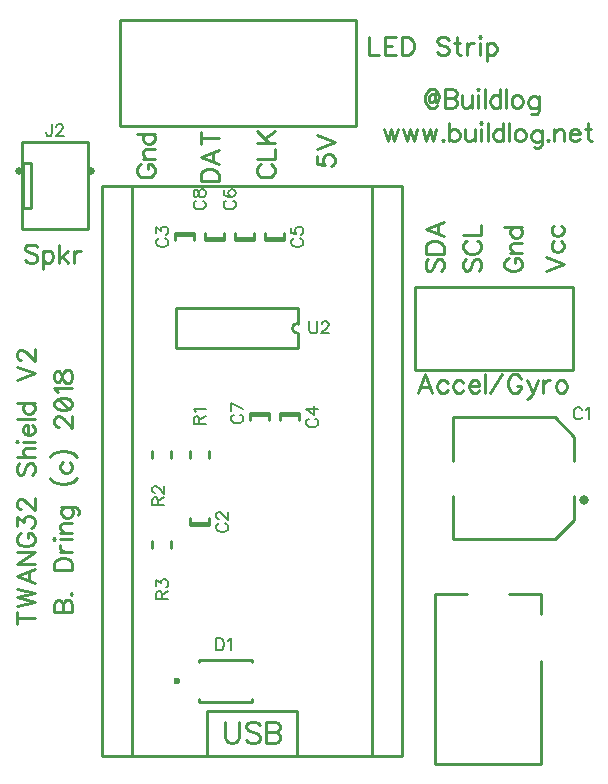
<source format=gbr>
G04 DipTrace 3.1.0.1*
G04 TopSilk.gbr*
%MOIN*%
G04 #@! TF.FileFunction,Legend,Top*
G04 #@! TF.Part,Single*
%ADD10C,0.009843*%
%ADD19C,0.031465*%
%ADD22C,0.023631*%
%ADD25C,0.02499*%
%ADD76C,0.006176*%
%ADD77C,0.009264*%
%ADD79C,0.010807*%
%FSLAX26Y26*%
G04*
G70*
G90*
G75*
G01*
G04 TopSilk*
%LPD*%
X1914069Y1141244D2*
D10*
Y1284957D1*
Y1141244D2*
X2254652D1*
X1914069Y1403043D2*
Y1546756D1*
X2254652D1*
X2319600Y1206207D2*
Y1284957D1*
Y1403043D2*
Y1481793D1*
Y1206207D2*
X2254652Y1141244D1*
X2319600Y1481793D2*
X2254652Y1546756D1*
D19*
X2353031Y1273137D3*
X1100465Y1194787D2*
D10*
X1037535D1*
X1100465Y1187339D2*
X1037535D1*
X1100465D2*
Y1210898D1*
X1037535Y1187339D2*
Y1210898D1*
X987535Y2153449D2*
X1050465D1*
X987535Y2160898D2*
X1050465D1*
X987535D2*
Y2137339D1*
X1050465Y2160898D2*
Y2137339D1*
X1337535Y1553449D2*
X1400465D1*
X1337535Y1560898D2*
X1400465D1*
X1337535D2*
Y1537339D1*
X1400465Y1560898D2*
Y1537339D1*
X1350465Y2144787D2*
X1287535D1*
X1350465Y2137339D2*
X1287535D1*
X1350465D2*
Y2160898D1*
X1287535Y2137339D2*
Y2160898D1*
X1250465Y2144787D2*
X1187535D1*
X1250465Y2137339D2*
X1187535D1*
X1250465D2*
Y2160898D1*
X1187535Y2137339D2*
Y2160898D1*
X1237535Y1553449D2*
X1300465D1*
X1237535Y1560898D2*
X1300465D1*
X1237535D2*
Y1537339D1*
X1300465Y1560898D2*
Y1537339D1*
X1150465Y2144787D2*
X1087535D1*
X1150465Y2137339D2*
X1087535D1*
X1150465D2*
Y2160898D1*
X1087535Y2137339D2*
Y2160898D1*
X1067028Y739869D2*
X1244200D1*
X1067028Y598133D2*
X1244200D1*
Y739869D2*
Y730019D1*
X1067028Y739869D2*
Y730019D1*
X1244200Y607984D2*
Y598133D1*
X1067028Y607984D2*
Y598133D1*
D22*
X995186Y669001D3*
X2208700Y736583D2*
D10*
Y392130D1*
X1854343D1*
Y396080D1*
Y392130D2*
Y959078D1*
X1960624D1*
X2102334D2*
X2208700D1*
Y890139D1*
X698918Y2465457D2*
X476476D1*
Y2174118D1*
X698918D1*
Y2465457D1*
X506506Y2393991D2*
X481489D1*
Y2244010D1*
X506506D1*
Y2393991D1*
D25*
X706504Y2368994D3*
X468994D3*
X1037535Y1435898D2*
D10*
Y1412339D1*
X1100465Y1435898D2*
Y1412339D1*
X975465D2*
Y1435898D1*
X912535Y1412339D2*
Y1435898D1*
X975465Y1112339D2*
Y1135898D1*
X912535Y1112339D2*
Y1135898D1*
X1592425Y2516835D2*
X805024D1*
Y2871165D1*
X1592425D1*
Y2516835D1*
X1788173Y1981795D2*
X2313213D1*
Y1706205D1*
X1788173D1*
Y1981795D1*
X744000Y2319000D2*
X1744000D1*
Y419000D1*
X744000D1*
Y2319000D1*
X844000D2*
Y419000D1*
X1644000Y2319000D2*
Y419000D1*
X1094000Y568910D2*
X1394000D1*
Y419000D1*
X1094000D1*
Y568910D1*
X991243Y1910931D2*
Y1777069D1*
X1396759Y1910931D2*
X991243D1*
Y1777069D2*
X1396759D1*
Y1828253D1*
Y1910931D2*
Y1859747D1*
G03X1396759Y1828253I-1864J-15747D01*
G01*
X2345210Y1570784D2*
D76*
X2343308Y1574586D1*
X2339461Y1578433D1*
X2335659Y1580334D1*
X2328010D1*
X2324163Y1578433D1*
X2320360Y1574586D1*
X2318415Y1570784D1*
X2316514Y1565036D1*
Y1555441D1*
X2318415Y1549737D1*
X2320360Y1545890D1*
X2324163Y1542088D1*
X2328010Y1540142D1*
X2335659D1*
X2339461Y1542088D1*
X2343308Y1545890D1*
X2345210Y1549737D1*
X2357561Y1572641D2*
X2361408Y1574586D1*
X2367156Y1580290D1*
Y1540142D1*
X1134539Y1193893D2*
X1130737Y1191992D1*
X1126890Y1188145D1*
X1124989Y1184343D1*
X1124988Y1176693D1*
X1126890Y1172847D1*
X1130737Y1169044D1*
X1134539Y1167099D1*
X1140287Y1165197D1*
X1149882D1*
X1155586Y1167099D1*
X1159432Y1169044D1*
X1163235Y1172847D1*
X1165181Y1176693D1*
Y1184343D1*
X1163235Y1188145D1*
X1159433Y1191992D1*
X1155586Y1193893D1*
X1134583Y1208190D2*
X1132682D1*
X1128835Y1210091D1*
X1126934Y1211993D1*
X1125033Y1215839D1*
Y1223489D1*
X1126934Y1227291D1*
X1128835Y1229192D1*
X1132682Y1231138D1*
X1136485D1*
X1140331Y1229192D1*
X1146035Y1225390D1*
X1165181Y1206244D1*
Y1233039D1*
X934539Y2143893D2*
X930737Y2141992D1*
X926890Y2138145D1*
X924989Y2134343D1*
X924988Y2126693D1*
X926890Y2122847D1*
X930737Y2119044D1*
X934539Y2117099D1*
X940287Y2115197D1*
X949882D1*
X955586Y2117099D1*
X959432Y2119044D1*
X963235Y2122847D1*
X965181Y2126693D1*
Y2134343D1*
X963235Y2138145D1*
X959433Y2141992D1*
X955586Y2143893D1*
X925033Y2160091D2*
Y2181094D1*
X940331Y2169642D1*
Y2175390D1*
X942233Y2179192D1*
X944134Y2181094D1*
X949882Y2183039D1*
X953684D1*
X959432Y2181094D1*
X963279Y2177291D1*
X965181Y2171543D1*
Y2165795D1*
X963279Y2160091D1*
X961334Y2158190D1*
X957531Y2156244D1*
X1434539Y1542943D2*
X1430737Y1541041D1*
X1426890Y1537194D1*
X1424989Y1533392D1*
X1424988Y1525743D1*
X1426890Y1521896D1*
X1430737Y1518093D1*
X1434539Y1516148D1*
X1440287Y1514247D1*
X1449882D1*
X1455586Y1516148D1*
X1459432Y1518093D1*
X1463235Y1521896D1*
X1465181Y1525743D1*
Y1533392D1*
X1463235Y1537194D1*
X1459433Y1541041D1*
X1455586Y1542942D1*
X1465181Y1574439D2*
X1425033D1*
X1451783Y1555294D1*
Y1583990D1*
X1384539Y2143893D2*
X1380737Y2141992D1*
X1376890Y2138145D1*
X1374989Y2134343D1*
X1374988Y2126693D1*
X1376890Y2122847D1*
X1380737Y2119044D1*
X1384539Y2117099D1*
X1390287Y2115197D1*
X1399882D1*
X1405586Y2117099D1*
X1409432Y2119044D1*
X1413235Y2122847D1*
X1415181Y2126693D1*
Y2134343D1*
X1413235Y2138145D1*
X1409433Y2141992D1*
X1405586Y2143893D1*
X1375033Y2179192D2*
Y2160091D1*
X1392233Y2158190D1*
X1390331Y2160091D1*
X1388386Y2165839D1*
Y2171543D1*
X1390331Y2177291D1*
X1394134Y2181138D1*
X1399882Y2183039D1*
X1403684D1*
X1409432Y2181138D1*
X1413279Y2177291D1*
X1415181Y2171543D1*
Y2165839D1*
X1413279Y2160091D1*
X1411334Y2158190D1*
X1407531Y2156244D1*
X1159539Y2269866D2*
X1155737Y2267965D1*
X1151890Y2264118D1*
X1149989Y2260315D1*
X1149988Y2252666D1*
X1151890Y2248819D1*
X1155737Y2245017D1*
X1159539Y2243071D1*
X1165287Y2241170D1*
X1174882D1*
X1180586Y2243071D1*
X1184432Y2245017D1*
X1188235Y2248819D1*
X1190181Y2252666D1*
Y2260315D1*
X1188235Y2264118D1*
X1184433Y2267965D1*
X1180586Y2269866D1*
X1155737Y2305165D2*
X1151934Y2303264D1*
X1150033Y2297516D1*
Y2293713D1*
X1151934Y2287965D1*
X1157682Y2284119D1*
X1167233Y2282217D1*
X1176783D1*
X1184432Y2284118D1*
X1188279Y2287965D1*
X1190181Y2293713D1*
Y2295615D1*
X1188279Y2301318D1*
X1184432Y2305165D1*
X1178684Y2307066D1*
X1176783D1*
X1171035Y2305165D1*
X1167233Y2301318D1*
X1165331Y2295615D1*
Y2293713D1*
X1167233Y2287965D1*
X1171035Y2284119D1*
X1176783Y2282217D1*
X1184539Y1556393D2*
X1180737Y1554492D1*
X1176890Y1550645D1*
X1174989Y1546843D1*
X1174988Y1539193D1*
X1176890Y1535347D1*
X1180737Y1531544D1*
X1184539Y1529599D1*
X1190287Y1527697D1*
X1199882D1*
X1205586Y1529599D1*
X1209432Y1531544D1*
X1213235Y1535347D1*
X1215181Y1539193D1*
Y1546843D1*
X1213235Y1550645D1*
X1209433Y1554492D1*
X1205586Y1556393D1*
X1215181Y1576394D2*
X1175033Y1595539D1*
Y1568745D1*
X1059539Y2268915D2*
X1055737Y2267014D1*
X1051890Y2263167D1*
X1049989Y2259365D1*
X1049988Y2251715D1*
X1051890Y2247869D1*
X1055737Y2244066D1*
X1059539Y2242121D1*
X1065287Y2240219D1*
X1074882D1*
X1080586Y2242121D1*
X1084432Y2244066D1*
X1088235Y2247869D1*
X1090181Y2251715D1*
Y2259365D1*
X1088235Y2263167D1*
X1084433Y2267014D1*
X1080586Y2268915D1*
X1050033Y2290817D2*
X1051934Y2285113D1*
X1055737Y2283168D1*
X1059583D1*
X1063386Y2285113D1*
X1065331Y2288916D1*
X1067233Y2296565D1*
X1069134Y2302313D1*
X1072981Y2306116D1*
X1076783Y2308017D1*
X1082531D1*
X1086334Y2306116D1*
X1088279Y2304214D1*
X1090181Y2298466D1*
Y2290817D1*
X1088279Y2285113D1*
X1086334Y2283168D1*
X1082531Y2281267D1*
X1076783D1*
X1072981Y2283168D1*
X1069134Y2287015D1*
X1067233Y2292718D1*
X1065331Y2300368D1*
X1063386Y2304215D1*
X1059583Y2306116D1*
X1055737D1*
X1051934Y2304215D1*
X1050033Y2298466D1*
Y2290817D1*
X1124551Y810948D2*
Y770756D1*
X1137948D1*
X1143696Y772701D1*
X1147543Y776504D1*
X1149444Y780351D1*
X1151346Y786054D1*
Y795649D1*
X1149444Y801397D1*
X1147543Y805200D1*
X1143696Y809047D1*
X1137948Y810948D1*
X1124551D1*
X1163697Y803254D2*
X1167544Y805200D1*
X1173292Y810904D1*
Y770756D1*
X577749Y2524035D2*
Y2493438D1*
X575848Y2487690D1*
X573902Y2485789D1*
X570100Y2483843D1*
X566253D1*
X562450Y2485789D1*
X560549Y2487690D1*
X558604Y2493438D1*
Y2497240D1*
X592046Y2514440D2*
Y2516342D1*
X593947Y2520188D1*
X595848Y2522090D1*
X599695Y2523991D1*
X607344D1*
X611147Y2522090D1*
X613048Y2520188D1*
X614994Y2516342D1*
Y2512539D1*
X613048Y2508692D1*
X609246Y2502989D1*
X590100Y2483843D1*
X616895D1*
X1069134Y1524748D2*
Y1541948D1*
X1067188Y1547696D1*
X1065287Y1549641D1*
X1061485Y1551542D1*
X1057638D1*
X1053835Y1549641D1*
X1051890Y1547696D1*
X1049989Y1541948D1*
X1049988Y1524748D1*
X1090180D1*
X1069134Y1538145D2*
X1090181Y1551542D1*
X1057682Y1563894D2*
X1055737Y1567741D1*
X1050033Y1573489D1*
X1090181D1*
X931634Y1253648D2*
Y1270848D1*
X929688Y1276596D1*
X927787Y1278541D1*
X923985Y1280443D1*
X920138D1*
X916335Y1278541D1*
X914390Y1276596D1*
X912489Y1270848D1*
X912488Y1253648D1*
X952680D1*
X931634Y1267045D2*
X952681Y1280442D1*
X922083Y1294739D2*
X920182D1*
X916335Y1296641D1*
X914434Y1298542D1*
X912533Y1302389D1*
Y1310038D1*
X914434Y1313841D1*
X916335Y1315742D1*
X920182Y1317687D1*
X923985D1*
X927831Y1315742D1*
X933535Y1311939D1*
X952681Y1292794D1*
Y1319588D1*
X944134Y941148D2*
Y958348D1*
X942188Y964096D1*
X940287Y966041D1*
X936485Y967943D1*
X932638D1*
X928835Y966041D1*
X926890Y964096D1*
X924989Y958348D1*
X924988Y941148D1*
X965180D1*
X944134Y954545D2*
X965181Y967942D1*
X925033Y984141D2*
Y1005143D1*
X940331Y993691D1*
Y999439D1*
X942233Y1003242D1*
X944134Y1005143D1*
X949882Y1007089D1*
X953684Y1007088D1*
X959432Y1005143D1*
X963279Y1001340D1*
X965181Y995592D1*
Y989844D1*
X963279Y984141D1*
X961334Y982239D1*
X957531Y980294D1*
X1436031Y1866949D2*
Y1838253D1*
X1437932Y1832505D1*
X1441779Y1828702D1*
X1447527Y1826757D1*
X1451330D1*
X1457078Y1828702D1*
X1460924Y1832505D1*
X1462826Y1838253D1*
Y1866949D1*
X1477122Y1857354D2*
Y1859255D1*
X1479024Y1863102D1*
X1480925Y1865003D1*
X1484772Y1866904D1*
X1492421D1*
X1496224Y1865003D1*
X1498125Y1863102D1*
X1500070Y1859255D1*
Y1855452D1*
X1498125Y1851606D1*
X1494322Y1845902D1*
X1475177Y1826757D1*
X1501972D1*
X529606Y2114600D2*
D77*
X523902Y2120370D1*
X515280Y2123222D1*
X503806D1*
X495184Y2120370D1*
X489414Y2114600D1*
Y2108896D1*
X492332Y2103126D1*
X495184Y2100274D1*
X500888Y2097422D1*
X518132Y2091652D1*
X523902Y2088800D1*
X526754Y2085882D1*
X529606Y2080178D1*
Y2071556D1*
X523902Y2065852D1*
X515280Y2062934D1*
X503806D1*
X495184Y2065852D1*
X489414Y2071556D1*
X548133Y2103126D2*
Y2042838D1*
Y2094504D2*
X553903Y2100208D1*
X559607Y2103126D1*
X568229D1*
X573999Y2100208D1*
X579703Y2094504D1*
X582621Y2085882D1*
Y2080112D1*
X579703Y2071556D1*
X573999Y2065786D1*
X568229Y2062934D1*
X559607D1*
X553903Y2065786D1*
X548133Y2071556D1*
X601148Y2123222D2*
Y2062934D1*
X629866Y2103126D2*
X601148Y2074408D1*
X612622Y2085882D2*
X632718Y2062934D1*
X651245Y2103126D2*
Y2062934D1*
Y2085882D2*
X654164Y2094504D1*
X659867Y2100274D1*
X665638Y2103126D1*
X674260D1*
X874905Y2390084D2*
X869201Y2387232D1*
X863431Y2381462D1*
X860579Y2375758D1*
Y2364284D1*
X863431Y2358514D1*
X869201Y2352810D1*
X874905Y2349892D1*
X883527Y2347040D1*
X897919D1*
X906475Y2349892D1*
X912245Y2352810D1*
X917949Y2358514D1*
X920867Y2364284D1*
Y2375758D1*
X917949Y2381462D1*
X912245Y2387232D1*
X906475Y2390084D1*
X897919D1*
Y2375758D1*
X880675Y2408611D2*
X920867D1*
X892149D2*
X883527Y2417233D1*
X880675Y2423003D1*
Y2431559D1*
X883527Y2437329D1*
X892149Y2440181D1*
X920867D1*
X860579Y2493130D2*
X920867D1*
X889297D2*
X883527Y2487426D1*
X880675Y2481656D1*
Y2473034D1*
X883527Y2467330D1*
X889297Y2461560D1*
X897919Y2458708D1*
X903623D1*
X912245Y2461560D1*
X917949Y2467330D1*
X920867Y2473034D1*
Y2481656D1*
X917949Y2487426D1*
X912245Y2493130D1*
X1073079Y2334540D2*
X1133367D1*
Y2354636D1*
X1130449Y2363258D1*
X1124745Y2369028D1*
X1118975Y2371880D1*
X1110419Y2374732D1*
X1096027D1*
X1087405Y2371880D1*
X1081701Y2369028D1*
X1075931Y2363258D1*
X1073079Y2354636D1*
Y2334540D1*
X1133367Y2439221D2*
X1073079Y2416207D1*
X1133367Y2393259D1*
X1113271Y2401881D2*
Y2430599D1*
X1073079Y2477844D2*
X1133367D1*
X1073079Y2457748D2*
Y2497940D1*
X1274905Y2390084D2*
X1269201Y2387232D1*
X1263431Y2381462D1*
X1260579Y2375758D1*
Y2364284D1*
X1263431Y2358514D1*
X1269201Y2352810D1*
X1274905Y2349892D1*
X1283527Y2347040D1*
X1297919D1*
X1306475Y2349892D1*
X1312245Y2352810D1*
X1317949Y2358514D1*
X1320867Y2364284D1*
Y2375758D1*
X1317949Y2381462D1*
X1312245Y2387232D1*
X1306475Y2390084D1*
X1260579Y2408611D2*
X1320867D1*
Y2443033D1*
X1260579Y2461560D2*
X1320867D1*
X1260579Y2501752D2*
X1300771Y2461560D1*
X1286379Y2475886D2*
X1320867Y2501752D1*
X1460645Y2418962D2*
Y2390310D1*
X1486445Y2387458D1*
X1483593Y2390310D1*
X1480675Y2398932D1*
Y2407488D1*
X1483593Y2416110D1*
X1489297Y2421880D1*
X1497919Y2424732D1*
X1503623D1*
X1512245Y2421880D1*
X1518015Y2416110D1*
X1520867Y2407488D1*
Y2398932D1*
X1518015Y2390310D1*
X1515097Y2387458D1*
X1509393Y2384540D1*
X1460579Y2443259D2*
X1520867Y2466207D1*
X1460579Y2489155D1*
X1634991Y2815144D2*
Y2754856D1*
X1669413D1*
X1725214Y2815144D2*
X1687940D1*
Y2754856D1*
X1725214D1*
X1687940Y2786426D2*
X1710888D1*
X1743741Y2815144D2*
Y2754856D1*
X1763837D1*
X1772459Y2757775D1*
X1778229Y2763478D1*
X1781081Y2769249D1*
X1783933Y2777804D1*
Y2792196D1*
X1781081Y2800818D1*
X1778229Y2806522D1*
X1772459Y2812292D1*
X1763837Y2815144D1*
X1743741D1*
X1900973Y2806522D2*
X1895270Y2812292D1*
X1886648Y2815144D1*
X1875174D1*
X1866552Y2812292D1*
X1860781Y2806522D1*
Y2800818D1*
X1863700Y2795048D1*
X1866552Y2792196D1*
X1872255Y2789345D1*
X1889499Y2783574D1*
X1895270Y2780722D1*
X1898122Y2777804D1*
X1900973Y2772100D1*
Y2763478D1*
X1895270Y2757775D1*
X1886648Y2754856D1*
X1875174D1*
X1866552Y2757775D1*
X1860781Y2763478D1*
X1928123Y2815144D2*
Y2766330D1*
X1930975Y2757775D1*
X1936745Y2754856D1*
X1942448D1*
X1919501Y2795048D2*
X1939597D1*
X1960976D2*
Y2754856D1*
Y2777804D2*
X1963894Y2786426D1*
X1969598Y2792196D1*
X1975368Y2795048D1*
X1983990D1*
X2002517Y2815144D2*
X2005369Y2812292D1*
X2008287Y2815144D1*
X2005369Y2818063D1*
X2002517Y2815144D1*
X2005369Y2795048D2*
Y2754856D1*
X2026814Y2795048D2*
Y2734760D1*
Y2786426D2*
X2032584Y2792130D1*
X2038288Y2795048D1*
X2046910D1*
X2052680Y2792130D1*
X2058384Y2786426D1*
X2061302Y2777804D1*
Y2772034D1*
X2058384Y2763478D1*
X2052680Y2757708D1*
X2046910Y2754856D1*
X2038288D1*
X2032584Y2757708D1*
X2026814Y2763478D1*
X1843453Y1629856D2*
X1820439Y1690144D1*
X1797491Y1629856D1*
X1806113Y1649952D2*
X1834831D1*
X1896469Y1661426D2*
X1890699Y1667196D1*
X1884929Y1670048D1*
X1876373D1*
X1870603Y1667196D1*
X1864899Y1661426D1*
X1861981Y1652804D1*
Y1647100D1*
X1864899Y1638478D1*
X1870603Y1632775D1*
X1876373Y1629856D1*
X1884929D1*
X1890699Y1632775D1*
X1896469Y1638478D1*
X1949484Y1661426D2*
X1943714Y1667196D1*
X1937944Y1670048D1*
X1929388D1*
X1923618Y1667196D1*
X1917914Y1661426D1*
X1914996Y1652804D1*
Y1647100D1*
X1917914Y1638478D1*
X1923618Y1632775D1*
X1929388Y1629856D1*
X1937944D1*
X1943714Y1632775D1*
X1949484Y1638478D1*
X1968011Y1652804D2*
X2002433D1*
Y1658574D1*
X1999581Y1664345D1*
X1996729Y1667196D1*
X1990959Y1670048D1*
X1982337D1*
X1976633Y1667196D1*
X1970863Y1661426D1*
X1968011Y1652804D1*
Y1647100D1*
X1970863Y1638478D1*
X1976633Y1632775D1*
X1982337Y1629856D1*
X1990959D1*
X1996729Y1632775D1*
X2002433Y1638478D1*
X2020960Y1690144D2*
Y1629856D1*
X2039487D2*
X2079679Y1690078D1*
X2141250Y1675818D2*
X2138398Y1681522D1*
X2132628Y1687292D1*
X2126924Y1690144D1*
X2115450D1*
X2109680Y1687292D1*
X2103976Y1681522D1*
X2101058Y1675818D1*
X2098206Y1667196D1*
Y1652804D1*
X2101058Y1644249D1*
X2103976Y1638478D1*
X2109680Y1632775D1*
X2115450Y1629856D1*
X2126924D1*
X2132628Y1632775D1*
X2138398Y1638478D1*
X2141250Y1644249D1*
Y1652804D1*
X2126924D1*
X2162696Y1670048D2*
X2179873Y1629856D1*
X2174170Y1618382D1*
X2168399Y1612612D1*
X2162696Y1609760D1*
X2159777D1*
X2197117Y1670048D2*
X2179873Y1629856D1*
X2215645Y1670048D2*
Y1629856D1*
Y1652804D2*
X2218563Y1661426D1*
X2224267Y1667196D1*
X2230037Y1670048D1*
X2238659D1*
X2271512D2*
X2265808Y1667196D1*
X2260038Y1661426D1*
X2257186Y1652804D1*
Y1647100D1*
X2260038Y1638478D1*
X2265808Y1632775D1*
X2271512Y1629856D1*
X2280134D1*
X2285904Y1632775D1*
X2291608Y1638478D1*
X2294526Y1647100D1*
Y1652804D1*
X2291608Y1661426D1*
X2285904Y1667196D1*
X2280134Y1670048D1*
X2271512D1*
X1831701Y2074732D2*
X1825931Y2069028D1*
X1823079Y2060406D1*
Y2048932D1*
X1825931Y2040310D1*
X1831701Y2034540D1*
X1837405D1*
X1843175Y2037458D1*
X1846027Y2040310D1*
X1848879Y2046014D1*
X1854649Y2063258D1*
X1857501Y2069028D1*
X1860419Y2071880D1*
X1866123Y2074732D1*
X1874745D1*
X1880449Y2069028D1*
X1883367Y2060406D1*
Y2048932D1*
X1880449Y2040310D1*
X1874745Y2034540D1*
X1823079Y2093259D2*
X1883367D1*
Y2113355D1*
X1880449Y2121977D1*
X1874745Y2127747D1*
X1868975Y2130599D1*
X1860419Y2133451D1*
X1846027D1*
X1837405Y2130599D1*
X1831701Y2127747D1*
X1825931Y2121977D1*
X1823079Y2113355D1*
Y2093259D1*
X1883367Y2197940D2*
X1823079Y2174926D1*
X1883367Y2151978D1*
X1863271Y2160600D2*
Y2189318D1*
X1956701Y2074732D2*
X1950931Y2069028D1*
X1948079Y2060406D1*
Y2048932D1*
X1950931Y2040310D1*
X1956701Y2034540D1*
X1962405D1*
X1968175Y2037458D1*
X1971027Y2040310D1*
X1973879Y2046014D1*
X1979649Y2063258D1*
X1982501Y2069028D1*
X1985419Y2071880D1*
X1991123Y2074732D1*
X1999745D1*
X2005449Y2069028D1*
X2008367Y2060406D1*
Y2048932D1*
X2005449Y2040310D1*
X1999745Y2034540D1*
X1962405Y2136303D2*
X1956701Y2133451D1*
X1950931Y2127681D1*
X1948079Y2121977D1*
Y2110503D1*
X1950931Y2104733D1*
X1956701Y2099029D1*
X1962405Y2096111D1*
X1971027Y2093259D1*
X1985419D1*
X1993975Y2096111D1*
X1999745Y2099029D1*
X2005449Y2104733D1*
X2008367Y2110503D1*
Y2121977D1*
X2005449Y2127681D1*
X1999745Y2133451D1*
X1993975Y2136303D1*
X1948079Y2154830D2*
X2008367D1*
Y2189252D1*
X2223079Y2034540D2*
X2283367Y2057488D1*
X2223079Y2080436D1*
X2251797Y2133451D2*
X2246027Y2127681D1*
X2243175Y2121911D1*
Y2113355D1*
X2246027Y2107585D1*
X2251797Y2101881D1*
X2260419Y2098963D1*
X2266123D1*
X2274745Y2101881D1*
X2280449Y2107585D1*
X2283367Y2113355D1*
Y2121911D1*
X2280449Y2127681D1*
X2274745Y2133451D1*
X2251797Y2186466D2*
X2246027Y2180696D1*
X2243175Y2174926D1*
Y2166370D1*
X2246027Y2160600D1*
X2251797Y2154896D1*
X2260419Y2151978D1*
X2266123D1*
X2274745Y2154896D1*
X2280449Y2160600D1*
X2283367Y2166370D1*
Y2174926D1*
X2280449Y2180696D1*
X2274745Y2186466D1*
X2099905Y2077584D2*
X2094201Y2074732D1*
X2088431Y2068962D1*
X2085579Y2063258D1*
Y2051784D1*
X2088431Y2046014D1*
X2094201Y2040310D1*
X2099905Y2037392D1*
X2108527Y2034540D1*
X2122919D1*
X2131475Y2037392D1*
X2137245Y2040310D1*
X2142949Y2046014D1*
X2145867Y2051784D1*
Y2063258D1*
X2142949Y2068962D1*
X2137245Y2074732D1*
X2131475Y2077584D1*
X2122919D1*
Y2063258D1*
X2105675Y2096111D2*
X2145867D1*
X2117149D2*
X2108527Y2104733D1*
X2105675Y2110503D1*
Y2119059D1*
X2108527Y2124829D1*
X2117149Y2127681D1*
X2145867D1*
X2085579Y2180630D2*
X2145867D1*
X2114297D2*
X2108527Y2174926D1*
X2105675Y2169156D1*
Y2160534D1*
X2108527Y2154830D1*
X2114297Y2149060D1*
X2122919Y2146208D1*
X2128623D1*
X2137245Y2149060D1*
X2142949Y2154830D1*
X2145867Y2160534D1*
Y2169156D1*
X2142949Y2174926D1*
X2137245Y2180630D1*
X460579Y879636D2*
X520867D1*
X460579Y859540D2*
Y899732D1*
Y918259D2*
X520867Y932651D1*
X460579Y946977D1*
X520867Y961303D1*
X460579Y975695D1*
X520867Y1040184D2*
X460579Y1017170D1*
X520867Y994222D1*
X500771Y1002844D2*
Y1031562D1*
X460579Y1098903D2*
X520867D1*
X460579Y1058711D1*
X520867D1*
X474905Y1160474D2*
X469201Y1157623D1*
X463431Y1151852D1*
X460579Y1146149D1*
Y1134675D1*
X463431Y1128905D1*
X469201Y1123201D1*
X474905Y1120282D1*
X483527Y1117431D1*
X497919D1*
X506475Y1120282D1*
X512245Y1123201D1*
X517949Y1128905D1*
X520867Y1134675D1*
Y1146149D1*
X517949Y1151852D1*
X512245Y1157623D1*
X506475Y1160474D1*
X497919D1*
Y1146149D1*
X460645Y1184772D2*
Y1216275D1*
X483593Y1199098D1*
Y1207720D1*
X486445Y1213423D1*
X489297Y1216275D1*
X497919Y1219194D1*
X503623D1*
X512245Y1216275D1*
X518015Y1210572D1*
X520867Y1201949D1*
Y1193327D1*
X518015Y1184772D1*
X515097Y1181920D1*
X509393Y1179002D1*
X474971Y1240639D2*
X472119D1*
X466349Y1243491D1*
X463497Y1246343D1*
X460645Y1252113D1*
Y1263587D1*
X463497Y1269291D1*
X466349Y1272143D1*
X472119Y1275061D1*
X477823D1*
X483593Y1272143D1*
X492149Y1266439D1*
X520867Y1237721D1*
Y1277913D1*
X469201Y1394953D2*
X463431Y1389249D1*
X460579Y1380627D1*
Y1369153D1*
X463431Y1360531D1*
X469201Y1354761D1*
X474905D1*
X480675Y1357679D1*
X483527Y1360531D1*
X486379Y1366235D1*
X492149Y1383479D1*
X495001Y1389249D1*
X497919Y1392101D1*
X503623Y1394953D1*
X512245D1*
X517949Y1389249D1*
X520867Y1380627D1*
Y1369153D1*
X517949Y1360531D1*
X512245Y1354761D1*
X460579Y1413480D2*
X520867D1*
X492149D2*
X483527Y1422102D1*
X480675Y1427872D1*
Y1436494D1*
X483527Y1442198D1*
X492149Y1445050D1*
X520867D1*
X460579Y1463577D2*
X463431Y1466429D1*
X460579Y1469347D1*
X457661Y1466429D1*
X460579Y1463577D1*
X480675Y1466429D2*
X520867D1*
X497919Y1487874D2*
Y1522296D1*
X492149D1*
X486379Y1519444D1*
X483527Y1516592D1*
X480675Y1510822D1*
Y1502200D1*
X483527Y1496496D1*
X489297Y1490726D1*
X497919Y1487874D1*
X503623D1*
X512245Y1490726D1*
X517949Y1496496D1*
X520867Y1502200D1*
Y1510822D1*
X517949Y1516592D1*
X512245Y1522296D1*
X460579Y1540823D2*
X520867D1*
X460579Y1593772D2*
X520867D1*
X489297D2*
X483527Y1588068D1*
X480675Y1582298D1*
Y1573676D1*
X483527Y1567972D1*
X489297Y1562202D1*
X497919Y1559350D1*
X503623D1*
X512245Y1562202D1*
X517949Y1567972D1*
X520867Y1573676D1*
Y1582298D1*
X517949Y1588068D1*
X512245Y1593772D1*
X460579Y1670620D2*
X520867Y1693568D1*
X460579Y1716516D1*
X474971Y1737962D2*
X472119D1*
X466349Y1740814D1*
X463497Y1743665D1*
X460645Y1749436D1*
Y1760910D1*
X463497Y1766613D1*
X466349Y1769465D1*
X472119Y1772383D1*
X477823D1*
X483593Y1769465D1*
X492149Y1763761D1*
X520867Y1735043D1*
Y1775235D1*
X585579Y897040D2*
X645867D1*
Y922906D1*
X642949Y931528D1*
X640097Y934380D1*
X634393Y937232D1*
X625771D1*
X620001Y934380D1*
X617149Y931528D1*
X614297Y922906D1*
X611379Y931528D1*
X608527Y934380D1*
X602823Y937232D1*
X597053D1*
X591349Y934380D1*
X588431Y931528D1*
X585579Y922906D1*
Y897040D1*
X614297D2*
Y922906D1*
X640097Y958611D2*
X643015Y955759D1*
X645867Y958611D1*
X643015Y961529D1*
X640097Y958611D1*
X585579Y1038377D2*
X645867D1*
Y1058473D1*
X642949Y1067095D1*
X637245Y1072866D1*
X631475Y1075718D1*
X622919Y1078569D1*
X608527D1*
X599905Y1075718D1*
X594201Y1072866D1*
X588431Y1067095D1*
X585579Y1058473D1*
Y1038377D1*
X605675Y1097097D2*
X645867D1*
X622919D2*
X614297Y1100015D1*
X608527Y1105719D1*
X605675Y1111489D1*
Y1120111D1*
X585579Y1138638D2*
X588431Y1141490D1*
X585579Y1144408D1*
X582661Y1141490D1*
X585579Y1138638D1*
X605675Y1141490D2*
X645867D1*
X605675Y1162935D2*
X645867D1*
X617149D2*
X608527Y1171557D1*
X605675Y1177327D1*
Y1185883D1*
X608527Y1191653D1*
X617149Y1194505D1*
X645867D1*
X608527Y1247454D2*
X654489D1*
X663045Y1244602D1*
X665963Y1241750D1*
X668815Y1235980D1*
Y1227358D1*
X665963Y1221654D1*
X617149Y1247454D2*
X611445Y1241750D1*
X608527Y1235980D1*
Y1227358D1*
X611445Y1221654D1*
X617149Y1215884D1*
X625771Y1213032D1*
X631541D1*
X640097Y1215884D1*
X645867Y1221654D1*
X648719Y1227358D1*
Y1235980D1*
X645867Y1241750D1*
X640097Y1247454D1*
X569860Y1344398D2*
X575564Y1338628D1*
X584186Y1332924D1*
X595660Y1327154D1*
X610052Y1324302D1*
X621526D1*
X635852Y1327154D1*
X647326Y1332924D1*
X655948Y1338628D1*
X661652Y1344398D1*
X614297Y1397414D2*
X608527Y1391643D1*
X605675Y1385873D1*
Y1377318D1*
X608527Y1371547D1*
X614297Y1365844D1*
X622919Y1362925D1*
X628623D1*
X637245Y1365844D1*
X642949Y1371547D1*
X645867Y1377318D1*
Y1385873D1*
X642949Y1391643D1*
X637245Y1397414D1*
X569860Y1415941D2*
X575564Y1421711D1*
X584186Y1427415D1*
X595660Y1433185D1*
X610052Y1436037D1*
X621526D1*
X635852Y1433185D1*
X647326Y1427415D1*
X655948Y1421711D1*
X661652Y1415941D1*
X599971Y1515803D2*
X597119D1*
X591349Y1518655D1*
X588497Y1521507D1*
X585645Y1527277D1*
Y1538751D1*
X588497Y1544455D1*
X591349Y1547307D1*
X597119Y1550225D1*
X602823D1*
X608593Y1547307D1*
X617149Y1541603D1*
X645867Y1512885D1*
Y1553077D1*
X585645Y1588848D2*
X588497Y1580226D1*
X597119Y1574456D1*
X611445Y1571604D1*
X620067D1*
X634393Y1574456D1*
X643015Y1580226D1*
X645867Y1588848D1*
Y1594552D1*
X643015Y1603174D1*
X634393Y1608878D1*
X620067Y1611796D1*
X611445D1*
X597119Y1608878D1*
X588497Y1603174D1*
X585645Y1594552D1*
Y1588848D1*
X597119Y1608878D2*
X634393Y1574456D1*
X597119Y1630323D2*
X594201Y1636093D1*
X585645Y1644715D1*
X645867D1*
X585645Y1677568D2*
X588497Y1669013D1*
X594201Y1666094D1*
X599971D1*
X605675Y1669013D1*
X608593Y1674716D1*
X611445Y1686190D1*
X614297Y1694812D1*
X620067Y1700516D1*
X625771Y1703368D1*
X634393D1*
X640097Y1700516D1*
X643015Y1697664D1*
X645867Y1689042D1*
Y1677568D1*
X643015Y1669013D1*
X640097Y1666094D1*
X634393Y1663242D1*
X625771D1*
X620067Y1666094D1*
X614297Y1671864D1*
X611445Y1680420D1*
X608593Y1691894D1*
X605675Y1697664D1*
X599971Y1700516D1*
X594201D1*
X588497Y1697664D1*
X585645Y1689042D1*
Y1677568D1*
X1854061Y2625752D2*
X1845439D1*
X1839735Y2622900D1*
X1836817Y2620048D1*
X1833965Y2614278D1*
Y2602804D1*
X1836817Y2599952D1*
X1842587D1*
X1854061Y2602804D1*
X1856913Y2597100D1*
X1859765D1*
X1865535Y2602804D1*
X1868387Y2617130D1*
X1865535Y2625752D1*
X1862683Y2631522D1*
X1856913Y2637226D1*
X1851209Y2640078D1*
X1839735D1*
X1833965Y2637226D1*
X1828261Y2631522D1*
X1825343Y2625752D1*
X1822491Y2617130D1*
Y2602804D1*
X1825343Y2594182D1*
X1828261Y2588478D1*
X1833965Y2582708D1*
X1839735Y2579856D1*
X1851209D1*
X1856913Y2582708D1*
X1862683Y2588478D1*
X1854061Y2628604D2*
Y2602804D1*
X1886914Y2640144D2*
Y2579856D1*
X1912780D1*
X1921402Y2582775D1*
X1924254Y2585626D1*
X1927106Y2591330D1*
Y2599952D1*
X1924254Y2605722D1*
X1921402Y2608574D1*
X1912780Y2611426D1*
X1921402Y2614345D1*
X1924254Y2617196D1*
X1927106Y2622900D1*
Y2628670D1*
X1924254Y2634374D1*
X1921402Y2637292D1*
X1912780Y2640144D1*
X1886914D1*
Y2611426D2*
X1912780D1*
X1945633Y2620048D2*
Y2591330D1*
X1948485Y2582775D1*
X1954255Y2579856D1*
X1962877D1*
X1968581Y2582775D1*
X1977203Y2591330D1*
Y2620048D2*
Y2579856D1*
X1995730Y2640144D2*
X1998582Y2637292D1*
X2001501Y2640144D1*
X1998582Y2643063D1*
X1995730Y2640144D1*
X1998582Y2620048D2*
Y2579856D1*
X2020028Y2640144D2*
Y2579856D1*
X2072977Y2640144D2*
Y2579856D1*
Y2611426D2*
X2067273Y2617196D1*
X2061503Y2620048D1*
X2052881D1*
X2047177Y2617196D1*
X2041407Y2611426D1*
X2038555Y2602804D1*
Y2597100D1*
X2041407Y2588478D1*
X2047177Y2582775D1*
X2052881Y2579856D1*
X2061503D1*
X2067273Y2582775D1*
X2072977Y2588478D1*
X2091504Y2640144D2*
Y2579856D1*
X2124357Y2620048D2*
X2118653Y2617196D1*
X2112883Y2611426D1*
X2110031Y2602804D1*
Y2597100D1*
X2112883Y2588478D1*
X2118653Y2582775D1*
X2124357Y2579856D1*
X2132979D1*
X2138749Y2582775D1*
X2144453Y2588478D1*
X2147371Y2597100D1*
Y2602804D1*
X2144453Y2611426D1*
X2138749Y2617196D1*
X2132979Y2620048D1*
X2124357D1*
X2200320Y2617196D2*
Y2571234D1*
X2197468Y2562679D1*
X2194616Y2559760D1*
X2188846Y2556908D1*
X2180224D1*
X2174520Y2559760D1*
X2200320Y2608574D2*
X2194616Y2614278D1*
X2188846Y2617196D1*
X2180224D1*
X2174520Y2614278D1*
X2168750Y2608574D1*
X2165898Y2599952D1*
Y2594182D1*
X2168750Y2585626D1*
X2174520Y2579856D1*
X2180224Y2577004D1*
X2188846D1*
X2194616Y2579856D1*
X2200320Y2585626D1*
X1684991Y2507548D2*
X1696465Y2467356D1*
X1707939Y2507548D1*
X1719413Y2467356D1*
X1730887Y2507548D1*
X1749414D2*
X1760888Y2467356D1*
X1772362Y2507548D1*
X1783836Y2467356D1*
X1795310Y2507548D1*
X1813837D2*
X1825311Y2467356D1*
X1836785Y2507548D1*
X1848259Y2467356D1*
X1859733Y2507548D1*
X1881112Y2473126D2*
X1878260Y2470208D1*
X1881112Y2467356D1*
X1884030Y2470208D1*
X1881112Y2473126D1*
X1902557Y2527644D2*
Y2467356D1*
Y2498926D2*
X1908327Y2504696D1*
X1914031Y2507548D1*
X1922653D1*
X1928357Y2504696D1*
X1934127Y2498926D1*
X1936979Y2490304D1*
Y2484600D1*
X1934127Y2475978D1*
X1928357Y2470275D1*
X1922653Y2467356D1*
X1914031D1*
X1908327Y2470275D1*
X1902557Y2475978D1*
X1955506Y2507548D2*
Y2478830D1*
X1958358Y2470275D1*
X1964128Y2467356D1*
X1972750D1*
X1978454Y2470275D1*
X1987076Y2478830D1*
Y2507548D2*
Y2467356D1*
X2005603Y2527644D2*
X2008455Y2524792D1*
X2011373Y2527644D1*
X2008455Y2530563D1*
X2005603Y2527644D1*
X2008455Y2507548D2*
Y2467356D1*
X2029901Y2527644D2*
Y2467356D1*
X2082850Y2527644D2*
Y2467356D1*
Y2498926D2*
X2077146Y2504696D1*
X2071376Y2507548D1*
X2062754D1*
X2057050Y2504696D1*
X2051280Y2498926D1*
X2048428Y2490304D1*
Y2484600D1*
X2051280Y2475978D1*
X2057050Y2470275D1*
X2062754Y2467356D1*
X2071376D1*
X2077146Y2470275D1*
X2082850Y2475978D1*
X2101377Y2527644D2*
Y2467356D1*
X2134230Y2507548D2*
X2128526Y2504696D1*
X2122756Y2498926D1*
X2119904Y2490304D1*
Y2484600D1*
X2122756Y2475978D1*
X2128526Y2470275D1*
X2134230Y2467356D1*
X2142852D1*
X2148622Y2470275D1*
X2154326Y2475978D1*
X2157244Y2484600D1*
Y2490304D1*
X2154326Y2498926D1*
X2148622Y2504696D1*
X2142852Y2507548D1*
X2134230D1*
X2210193Y2504696D2*
Y2458734D1*
X2207341Y2450179D1*
X2204489Y2447260D1*
X2198719Y2444408D1*
X2190097D1*
X2184393Y2447260D1*
X2210193Y2496074D2*
X2204489Y2501778D1*
X2198719Y2504696D1*
X2190097D1*
X2184393Y2501778D1*
X2178623Y2496074D1*
X2175771Y2487452D1*
Y2481682D1*
X2178623Y2473126D1*
X2184393Y2467356D1*
X2190097Y2464504D1*
X2198719D1*
X2204489Y2467356D1*
X2210193Y2473126D1*
X2231572D2*
X2228720Y2470208D1*
X2231572Y2467356D1*
X2234490Y2470208D1*
X2231572Y2473126D1*
X2253017Y2507548D2*
Y2467356D1*
Y2496074D2*
X2261639Y2504696D1*
X2267409Y2507548D1*
X2275965D1*
X2281735Y2504696D1*
X2284587Y2496074D1*
Y2467356D1*
X2303114Y2490304D2*
X2337536D1*
Y2496074D1*
X2334684Y2501845D1*
X2331832Y2504696D1*
X2326062Y2507548D1*
X2317440D1*
X2311736Y2504696D1*
X2305966Y2498926D1*
X2303114Y2490304D1*
Y2484600D1*
X2305966Y2475978D1*
X2311736Y2470275D1*
X2317440Y2467356D1*
X2326062D1*
X2331832Y2470275D1*
X2337536Y2475978D1*
X2364685Y2527644D2*
Y2478830D1*
X2367537Y2470275D1*
X2373307Y2467356D1*
X2379011D1*
X2356063Y2507548D2*
X2376159D1*
X1155804Y532818D2*
D79*
Y482600D1*
X1159131Y472541D1*
X1165863Y465886D1*
X1175922Y462482D1*
X1182576D1*
X1192635Y465886D1*
X1199367Y472541D1*
X1202694Y482600D1*
Y532818D1*
X1271200Y522759D2*
X1264546Y529491D1*
X1254487Y532818D1*
X1241100D1*
X1231041Y529491D1*
X1224309Y522759D1*
Y516104D1*
X1227714Y509372D1*
X1231041Y506045D1*
X1237696Y502718D1*
X1257814Y495986D1*
X1264546Y492659D1*
X1267873Y489254D1*
X1271200Y482600D1*
Y472541D1*
X1264546Y465886D1*
X1254487Y462482D1*
X1241100D1*
X1231041Y465886D1*
X1224309Y472541D1*
X1292815Y532818D2*
Y462482D1*
X1322992D1*
X1333051Y465886D1*
X1336378Y469214D1*
X1339706Y475868D1*
Y485927D1*
X1336378Y492659D1*
X1333051Y495986D1*
X1322992Y499313D1*
X1333051Y502718D1*
X1336378Y506045D1*
X1339706Y512700D1*
Y519432D1*
X1336378Y526086D1*
X1333051Y529491D1*
X1322992Y532818D1*
X1292815D1*
Y499313D2*
X1322992D1*
M02*

</source>
